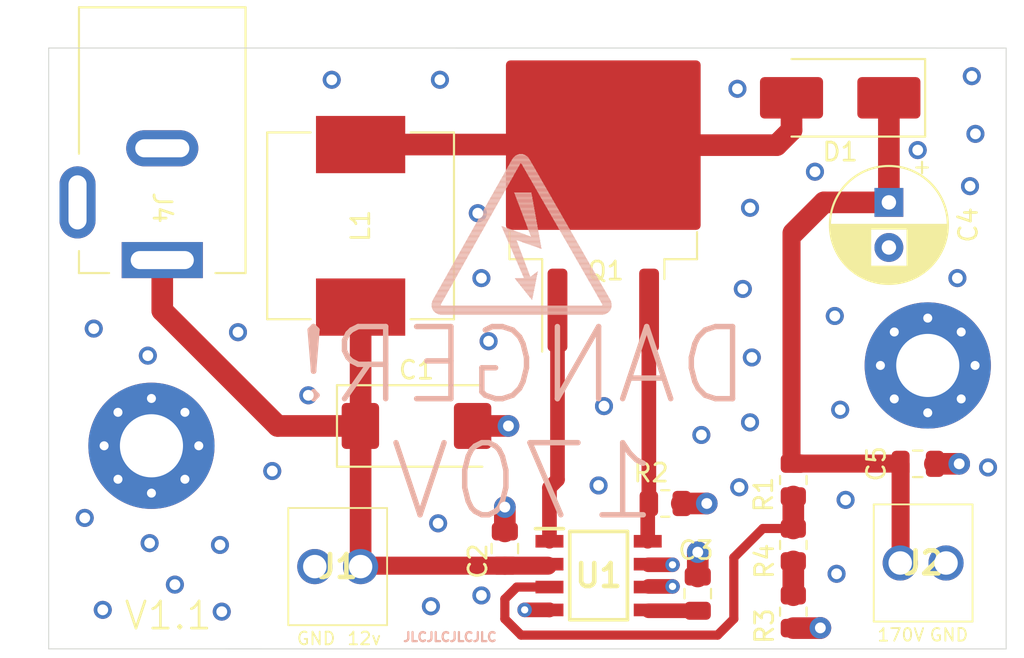
<source format=kicad_pcb>
(kicad_pcb (version 20221018) (generator pcbnew)
  (layers (0 "F.Cu" signal) (1 "In1.Cu" power) (2 "In2.Cu" power) (31 "B.Cu" signal) (34 "B.Paste" user) (35 "F.Paste" user) (36 "B.SilkS" user "B.Silkscreen") (37 "F.SilkS" user "F.Silkscreen") (38 "B.Mask" user) (39 "F.Mask" user) (44 "Edge.Cuts" user))
  (net 0 "")
  (net 1 "GND")
  (net 2 "Net-(U1-REF)")
  (net 3 "/EXT")
  (net 4 "/CS")
  (net 5 "/FB")
  (net 6 "Net-(U1-V+)")
  (net 7 "Net-(D1-K)")
  (net 8 "Net-(D1-A)")
  (net 9 "Net-(R3-Pad1)")
  (footprint "Resistor_SMD:R_0805_2012Metric" (layer "F.Cu") (at 150.7 113.6 180)
    (fp_text reference "R2" (at 0.7875 1.7) (layer "F.SilkS"))
    (fp_text value "50m" hide)
    (pad "1" smd roundrect (at -0.9125 0 180) (size 1.025 1.4) (layers "F.Cu" "F.Paste" "F.Mask") (roundrect_rratio 0.243902439) (net 1 "GND"))
    (pad "2" smd roundrect (at 0.9125 0 180) (size 1.025 1.4) (layers "F.Cu" "F.Paste" "F.Mask") (roundrect_rratio 0.243902439) (net 4 "/CS"))
  )
  (footprint "Capacitor_SMD:C_0805_2012Metric" (layer "F.Cu") (at 164.7 111.4)
    (fp_text reference "C5" (at -2.3 0 90) (layer "F.SilkS"))
    (fp_text value ".1uF" hide)
    (pad "1" smd roundrect (at -0.95 0) (size 1 1.45) (layers "F.Cu" "F.Paste" "F.Mask") (net 7 "Net-(D1-K)"))
    (pad "2" smd roundrect (at 0.95 0) (size 1 1.45) (layers "F.Cu" "F.Paste" "F.Mask") (net 1 "GND"))
  )
  (footprint "footprints:OSTVN02A150" (layer "F.Cu") (at 131.26 117.1)
    (fp_text reference "J1" (at 1.27 0) (layer "F.SilkS") (effects (font (size 1.27 1.27) (thickness 0.254))))
    (fp_text value "OSTVN02A150" hide)
    (pad "1" thru_hole circle (at 0 0) (size 1.95 1.95) (drill 1.3) (layers "*.Cu" "*.Mask") (net 1 "GND"))
    (pad "2" thru_hole circle (at 2.54 0) (size 1.95 1.95) (drill 1.3) (layers "*.Cu" "*.Mask") (net 6 "Net-(U1-V+)"))
  )
  (footprint "Package_TO_SOT_SMD:TO-263-2" (layer "F.Cu") (at 147.26 95.225 90)
    (fp_text reference "Q1" (at -5.475 0.14 180) (layer "F.SilkS"))
    (fp_text value "IRF740STRLPBF" hide)
    (pad "1" smd roundrect (at -7.65 -2.54 90) (size 4.6 1.1) (layers "F.Cu" "F.Paste" "F.Mask") (roundrect_rratio 0.2272727273) (net 3 "/EXT"))
    (pad "2" smd roundrect (at 1.5 0 90) (size 9.4 10.8) (layers "F.Cu" "F.Mask") (roundrect_rratio 0.02659595745) (net 8 "Net-(D1-A)"))
    (pad "3" smd roundrect (at -7.65 2.54 90) (size 4.6 1.1) (layers "F.Cu" "F.Paste" "F.Mask") (roundrect_rratio 0.2272727273) (net 4 "/CS"))
  )
  (footprint "MountingHole:MountingHole_3.5mm_Pad_Via" (layer "F.Cu") (at 165.256155 105.943845)
    (fp_text reference "H1" hide)
    (fp_text value "MountingHole" hide)
    (pad "1" thru_hole circle (at -2.625 0) (size 0.8 0.8) (drill 0.5) (layers "*.Cu" "*.Mask"))
    (pad "1" thru_hole circle (at -1.856155 -1.856155) (size 0.8 0.8) (drill 0.5) (layers "*.Cu" "*.Mask"))
    (pad "1" thru_hole circle (at -1.856155 1.856155) (size 0.8 0.8) (drill 0.5) (layers "*.Cu" "*.Mask"))
    (pad "1" thru_hole circle (at 0 -2.625) (size 0.8 0.8) (drill 0.5) (layers "*.Cu" "*.Mask"))
    (pad "1" thru_hole circle (at 0 0) (size 7 7) (drill 3.5) (layers "*.Cu" "*.Mask"))
    (pad "1" thru_hole circle (at 0 2.625) (size 0.8 0.8) (drill 0.5) (layers "*.Cu" "*.Mask"))
    (pad "1" thru_hole circle (at 1.856155 -1.856155) (size 0.8 0.8) (drill 0.5) (layers "*.Cu" "*.Mask"))
    (pad "1" thru_hole circle (at 1.856155 1.856155) (size 0.8 0.8) (drill 0.5) (layers "*.Cu" "*.Mask"))
    (pad "1" thru_hole circle (at 2.625 0) (size 0.8 0.8) (drill 0.5) (layers "*.Cu" "*.Mask"))
  )
  (footprint "Capacitor_SMD:C_0805_2012Metric" (layer "F.Cu") (at 152.5 118.6 90)
    (fp_text reference "C3" (at 2.4 -0.1 180) (layer "F.SilkS"))
    (fp_text value "100nF" hide)
    (pad "1" smd roundrect (at -0.95 0 90) (size 1 1.45) (layers "F.Cu" "F.Paste" "F.Mask") (net 2 "Net-(U1-REF)"))
    (pad "2" smd roundrect (at 0.95 0 90) (size 1 1.45) (layers "F.Cu" "F.Paste" "F.Mask") (net 1 "GND"))
  )
  (footprint "Inductor_SMD:L_Vishay_IHLP-4040" (layer "F.Cu") (at 133.8 98.2 90)
    (fp_text reference "L1" (at 0 0 90) (layer "F.SilkS"))
    (fp_text value "100uH" hide)
    (pad "1" smd rect (at -4.5075 0 90) (size 3.175 4.95) (layers "F.Cu" "F.Paste" "F.Mask") (net 6 "Net-(U1-V+)"))
    (pad "2" smd rect (at 4.5075 0 90) (size 3.175 4.95) (layers "F.Cu" "F.Paste" "F.Mask") (net 8 "Net-(D1-A)"))
  )
  (footprint "Capacitor_SMD:C_0805_2012Metric" (layer "F.Cu") (at 141.8 116.1 90)
    (fp_text reference "C2" (at -0.7 -1.5 90) (layer "F.SilkS"))
    (fp_text value "100nF" hide)
    (pad "1" smd roundrect (at -0.95 0 90) (size 1 1.45) (layers "F.Cu" "F.Paste" "F.Mask") (net 6 "Net-(U1-V+)"))
    (pad "2" smd roundrect (at 0.95 0 90) (size 1 1.45) (layers "F.Cu" "F.Paste" "F.Mask") (net 1 "GND"))
  )
  (footprint "footprints:SOIC127P600X175-8N" (layer "F.Cu") (at 147 117.6)
    (fp_text reference "U1" (at 0 0) (layer "F.SilkS") (effects (font (size 1.27 1.27) (thickness 0.254))))
    (fp_text value "MAX1771CSAT" hide)
    (pad "1" smd rect (at -2.725 -1.905 90) (size 0.7 1.55) (layers "F.Cu" "F.Paste" "F.Mask") (net 3 "/EXT"))
    (pad "2" smd rect (at -2.725 -0.635 90) (size 0.7 1.55) (layers "F.Cu" "F.Paste" "F.Mask") (net 6 "Net-(U1-V+)"))
    (pad "3" smd rect (at -2.725 0.635 90) (size 0.7 1.55) (layers "F.Cu" "F.Paste" "F.Mask") (net 5 "/FB"))
    (pad "4" smd rect (at -2.725 1.905 90) (size 0.7 1.55) (layers "F.Cu" "F.Paste" "F.Mask") (net 1 "GND"))
    (pad "5" smd rect (at 2.725 1.905 90) (size 0.7 1.55) (layers "F.Cu" "F.Paste" "F.Mask") (net 2 "Net-(U1-REF)"))
    (pad "6" smd rect (at 2.725 0.635 90) (size 0.7 1.55) (layers "F.Cu" "F.Paste" "F.Mask") (net 1 "GND"))
    (pad "7" smd rect (at 2.725 -0.635 90) (size 0.7 1.55) (layers "F.Cu" "F.Paste" "F.Mask") (net 1 "GND"))
    (pad "8" smd rect (at 2.725 -1.905 90) (size 0.7 1.55) (layers "F.Cu" "F.Paste" "F.Mask") (net 4 "/CS"))
  )
  (footprint "Capacitor_Tantalum_SMD:CP_EIA-7343-30_AVX-N" (layer "F.Cu") (at 136.9 109.3)
    (fp_text reference "C1" (at 0 -3.1) (layer "F.SilkS"))
    (fp_text value "100uF" hide)
    (pad "1" smd roundrect (at -3.1125 0) (size 2.075 2.55) (layers "F.Cu" "F.Paste" "F.Mask") (roundrect_rratio 0.1204819277) (net 6 "Net-(U1-V+)"))
    (pad "2" smd roundrect (at 3.1125 0) (size 2.075 2.55) (layers "F.Cu" "F.Paste" "F.Mask") (roundrect_rratio 0.1204819277) (net 1 "GND"))
  )
  (footprint "Capacitor_THT:CP_Radial_D6.3mm_P2.50mm" (layer "F.Cu") (at 163.1 96.9 -90)
    (fp_text reference "C4" (at 1.25 -4.4 -90) (layer "F.SilkS"))
    (fp_text value "4.7uF" hide)
    (pad "1" thru_hole rect (at 0 0 270) (size 1.6 1.6) (drill 0.8) (layers "*.Cu" "*.Mask") (net 7 "Net-(D1-K)"))
    (pad "2" thru_hole circle (at 2.5 0 270) (size 1.6 1.6) (drill 0.8) (layers "*.Cu" "*.Mask") (net 1 "GND"))
  )
  (footprint "footprints:OSTVN02A150" (layer "F.Cu") (at 163.73 116.9)
    (fp_text reference "J2" (at 1.27 0) (layer "F.SilkS") (effects (font (size 1.27 1.27) (thickness 0.254))))
    (fp_text value "OSTVN02A150" hide)
    (pad "1" thru_hole circle (at 0 0) (size 1.95 1.95) (drill 1.3) (layers "*.Cu" "*.Mask") (net 7 "Net-(D1-K)"))
    (pad "2" thru_hole circle (at 2.54 0) (size 1.95 1.95) (drill 1.3) (layers "*.Cu" "*.Mask") (net 1 "GND"))
  )
  (footprint "Resistor_SMD:R_0805_2012Metric" (layer "F.Cu") (at 157.8 112.3 90)
    (fp_text reference "R1" (at -0.8 -1.65 90) (layer "F.SilkS"))
    (fp_text value "1.5M" hide)
    (pad "1" smd roundrect (at -0.9125 0 90) (size 1.025 1.4) (layers "F.Cu" "F.Paste" "F.Mask") (roundrect_rratio 0.243902439) (net 5 "/FB"))
    (pad "2" smd roundrect (at 0.9125 0 90) (size 1.025 1.4) (layers "F.Cu" "F.Paste" "F.Mask") (roundrect_rratio 0.243902439) (net 7 "Net-(D1-K)"))
  )
  (footprint "Diode_SMD:D_SMB_Handsoldering" (layer "F.Cu") (at 160.4 91.1 180)
    (fp_text reference "D1" (at 0 -3 180) (layer "F.SilkS"))
    (fp_text value "ES2F-E3" hide)
    (pad "1" smd roundrect (at -2.7 0 180) (size 3.5 2.3) (layers "F.Cu" "F.Paste" "F.Mask") (roundrect_rratio 0.1086956522) (net 7 "Net-(D1-K)"))
    (pad "2" smd roundrect (at 2.7 0 180) (size 3.5 2.3) (layers "F.Cu" "F.Paste" "F.Mask") (roundrect_rratio 0.1086956522) (net 8 "Net-(D1-A)"))
  )
  (footprint "Connector_BarrelJack:BarrelJack_Kycon_KLDX-0202-xC_Horizontal" (layer "F.Cu") (at 122.8 100.1 -90)
    (fp_text reference "J4" (at -2.9 0 -90 unlocked) (layer "F.SilkS"))
    (fp_text value "Barrel_Jack" hide)
    (pad "1" thru_hole rect (at 0 0 270) (size 2 4.5) (drill oval 1 3.5) (layers "*.Cu" "*.Mask") (net 6 "Net-(U1-V+)"))
    (pad "2" thru_hole oval (at -6.2 0 270) (size 2 4) (drill oval 1 3) (layers "*.Cu" "*.Mask") (net 1 "GND"))
    (pad "3" thru_hole oval (at -3.2 4.7) (size 2 4) (drill oval 1 3) (layers "*.Cu" "*.Mask"))
  )
  (footprint "Resistor_SMD:R_0805_2012Metric" (layer "F.Cu") (at 157.8 115.9 90)
    (fp_text reference "R4" (at -0.9 -1.6 90) (layer "F.SilkS"))
    (fp_text value "3.4K" hide)
    (pad "1" smd roundrect (at -0.9125 0 90) (size 1.025 1.4) (layers "F.Cu" "F.Paste" "F.Mask") (roundrect_rratio 0.243902439) (net 9 "Net-(R3-Pad1)"))
    (pad "2" smd roundrect (at 0.9125 0 90) (size 1.025 1.4) (layers "F.Cu" "F.Paste" "F.Mask") (roundrect_rratio 0.243902439) (net 5 "/FB"))
  )
  (footprint "Resistor_SMD:R_0805_2012Metric" (layer "F.Cu") (at 157.8 119.6 -90)
    (fp_text reference "R3" (at 0.8 1.6 90) (layer "F.SilkS"))
    (fp_text value "10k" hide)
    (pad "1" smd roundrect (at -0.9125 0 270) (size 1.025 1.4) (layers "F.Cu" "F.Paste" "F.Mask") (roundrect_rratio 0.243902439) (net 9 "Net-(R3-Pad1)"))
    (pad "2" smd roundrect (at 0.9125 0 270) (size 1.025 1.4) (layers "F.Cu" "F.Paste" "F.Mask") (roundrect_rratio 0.243902439) (net 1 "GND"))
  )
  (footprint "MountingHole:MountingHole_3.5mm_Pad_Via" (layer "F.Cu") (at 122.2 110.4)
    (fp_text reference "H2" hide)
    (fp_text value "MountingHole" hide)
    (pad "1" thru_hole circle (at -2.625 0) (size 0.8 0.8) (drill 0.5) (layers "*.Cu" "*.Mask"))
    (pad "1" thru_hole circle (at -1.856155 -1.856155) (size 0.8 0.8) (drill 0.5) (layers "*.Cu" "*.Mask"))
    (pad "1" thru_hole circle (at -1.856155 1.856155) (size 0.8 0.8) (drill 0.5) (layers "*.Cu" "*.Mask"))
    (pad "1" thru_hole circle (at 0 -2.625) (size 0.8 0.8) (drill 0.5) (layers "*.Cu" "*.Mask"))
    (pad "1" thru_hole circle (at 0 0) (size 7 7) (drill 3.5) (layers "*.Cu" "*.Mask"))
    (pad "1" thru_hole circle (at 0 2.625) (size 0.8 0.8) (drill 0.5) (layers "*.Cu" "*.Mask"))
    (pad "1" thru_hole circle (at 1.856155 -1.856155) (size 0.8 0.8) (drill 0.5) (layers "*.Cu" "*.Mask"))
    (pad "1" thru_hole circle (at 1.856155 1.856155) (size 0.8 0.8) (drill 0.5) (layers "*.Cu" "*.Mask"))
    (pad "1" thru_hole circle (at 2.625 0) (size 0.8 0.8) (drill 0.5) (layers "*.Cu" "*.Mask"))
  )
  (footprint "footprints:HVSMALL" (layer "B.Cu") (at 147.81055 103.73115 180)
    (fp_text reference "REF**" hide)
    (fp_text value "")
  )
  (gr_line (start 169.60485 88.3411) (end 116.5 88.3375) (stroke (width 0.05)) (layer "Edge.Cuts"))
  (gr_line (start 116.5 88.3375) (end 116.5 121.6625) (stroke (width 0.05)) (layer "Edge.Cuts"))
  (gr_line (start 169.60485 121.6661) (end 169.60485 88.3411) (stroke (width 0.05)) (layer "Edge.Cuts"))
  (gr_line (start 116.5 121.6625) (end 169.60485 121.6661) (stroke (width 0.05)) (layer "Edge.Cuts"))
  (gr_text "DANGER!\n170V" (at 142.81055 114.73115) (layer "B.SilkS") (effects (font (size 4 4) (thickness 0.3)) (justify bottom mirror)))
  (gr_text "JLCJLCJLCJLC" (at 136.1 121.3) (layer "B.SilkS") (effects (font (size 0.5 0.5) (thickness 0.125) bold) (justify left bottom)))
  (gr_text "V1.1" (at 120.6 120.7) (layer "F.SilkS") (effects (font (size 1.5 1.5)) (justify left bottom)))
  (gr_text "12v" (at 133 121.5) (layer "F.SilkS") (effects (font (size 0.7 0.7) (thickness 0.1)) (justify left bottom)))
  (gr_text "GND\n" (at 130.2 121.5) (layer "F.SilkS") (effects (font (size 0.7 0.7) (thickness 0.1)) (justify left bottom)))
  (gr_text "170V" (at 162.4 121.3) (layer "F.SilkS") (effects (font (size 0.7 0.7) (thickness 0.1)) (justify left bottom)))
  (gr_text "GND\n" (at 165.3 121.3) (layer "F.SilkS") (effects (font (size 0.7 0.7) (thickness 0.1)) (justify left bottom)))
  (segment (start 152.5 117.65) (end 152.5 116.3) (width 1.2) (layer "F.Cu") (net 1))
  (segment (start 157.8 120.5125) (end 159.2875 120.5125) (width 1.2) (layer "F.Cu") (net 1))
  (segment (start 159.2875 120.5125) (end 159.3 120.5) (width 1.2) (layer "F.Cu") (net 1))
  (segment (start 151.1 118.2) (end 149.76 118.2) (width 0.8128) (layer "F.Cu") (net 1))
  (segment (start 165.65 111.4) (end 167 111.4) (width 1.2) (layer "F.Cu") (net 1))
  (segment (start 141.8 115.15) (end 141.8 113.8) (width 1.2) (layer "F.Cu") (net 1))
  (segment (start 144.27 119.5) (end 144.275 119.505) (width 0.8128) (layer "F.Cu") (net 1))
  (segment (start 140 109.3) (end 142 109.3) (width 1.2) (layer "F.Cu") (net 1))
  (segment (start 151.1 117) (end 149.76 117) (width 0.8128) (layer "F.Cu") (net 1))
  (segment (start 142.9 119.5) (end 144.27 119.5) (width 0.8128) (layer "F.Cu") (net 1))
  (segment (start 151.6125 113.6) (end 153 113.6) (width 1.2) (layer "F.Cu") (net 1))
  (via (at 151.1 117) (size 0.8) (drill 0.4) (layers "F.Cu" "B.Cu") (net 1))
  (via (at 141.8 113.8) (size 1.2) (drill 0.6) (layers "F.Cu" "B.Cu") (net 1))
  (via (at 126 115.9) (size 1) (drill 0.6) (layers "F.Cu" "B.Cu") (net 1))
  (via (at 142.9 119.5) (size 0.8) (drill 0.4) (layers "F.Cu" "B.Cu") (net 1))
  (via (at 138.2 90.1) (size 1) (drill 0.6) (layers "F.Cu" "B.Cu") (net 1))
  (via (at 154.8 112.7) (size 1) (drill 0.6) (layers "F.Cu" "B.Cu") (net 1))
  (via (at 151.1 118.2) (size 0.8) (drill 0.4) (layers "F.Cu" "B.Cu") (net 1))
  (via (at 160.7 113.4) (size 1) (drill 0.6) (layers "F.Cu" "B.Cu") (net 1))
  (via (at 137.7 119.3) (size 1) (drill 0.6) (layers "F.Cu" "B.Cu") (net 1))
  (via (at 152.7 109.8) (size 1) (drill 0.6) (layers "F.Cu" "B.Cu") (net 1))
  (via (at 167.6 96) (size 1) (drill 0.6) (layers "F.Cu" "B.Cu") (net 1))
  (via (at 155.5 105.5) (size 1) (drill 0.6) (layers "F.Cu" "B.Cu") (net 1))
  (via (at 168.6 111.6) (size 1) (drill 0.6) (layers "F.Cu" "B.Cu") (net 1))
  (via (at 147 112.6) (size 1) (drill 0.6) (layers "F.Cu" "B.Cu") (net 1))
  (via (at 166.9 101.1) (size 1) (drill 0.6) (layers "F.Cu" "B.Cu") (net 1))
  (via (at 128.9 111.8) (size 1) (drill 0.6) (layers "F.Cu" "B.Cu") (net 1))
  (via (at 153 113.6) (size 1.2) (drill 0.6) (layers "F.Cu" "B.Cu") (net 1))
  (via (at 164.7 94) (size 1) (drill 0.6) (layers "F.Cu" "B.Cu") (net 1))
  (via (at 140.3 97.5) (size 1) (drill 0.6) (layers "F.Cu" "B.Cu") (net 1))
  (via (at 142 109.3) (size 1.2) (drill 0.6) (layers "F.Cu" "B.Cu") (net 1))
  (via (at 155.4 109.1) (size 1) (drill 0.6) (layers "F.Cu" "B.Cu") (net 1))
  (via (at 119.5 119.5) (size 1) (drill 0.6) (layers "F.Cu" "B.Cu") (net 1))
  (via (at 127 104.1) (size 1) (drill 0.6) (layers "F.Cu" "B.Cu") (net 1))
  (via (at 155 101.7) (size 1) (drill 0.6) (layers "F.Cu" "B.Cu") (net 1))
  (via (at 167 111.4) (size 1.2) (drill 0.6) (layers "F.Cu" "B.Cu") (net 1))
  (via (at 160.4 108.4) (size 1) (drill 0.6) (layers "F.Cu" "B.Cu") (net 1))
  (via (at 147.3 108.2) (size 1) (drill 0.6) (layers "F.Cu" "B.Cu") (net 1))
  (via (at 119 103.9) (size 1) (drill 0.6) (layers "F.Cu" "B.Cu") (net 1))
  (via (at 140.5 118.7) (size 1) (drill 0.6) (layers "F.Cu" "B.Cu") (net 1))
  (via (at 159.3 120.5) (size 1.2) (drill 0.6) (layers "F.Cu" "B.Cu") (net 1))
  (via (at 132.2 90.1) (size 1) (drill 0.6) (layers "F.Cu" "B.Cu") (net 1))
  (via (at 138.1 114.7) (size 1) (drill 0.6) (layers "F.Cu" "B.Cu") (net 1))
  (via (at 160.1 103.2) (size 1) (drill 0.6) (layers "F.Cu" "B.Cu") (net 1))
  (via (at 122.1 115.8) (size 1) (drill 0.6) (layers "F.Cu" "B.Cu") (net 1))
  (via (at 140.9 104.6) (size 1) (drill 0.6) (layers "F.Cu" "B.Cu") (net 1))
  (via (at 118.5 114.4) (size 1) (drill 0.6) (layers "F.Cu" "B.Cu") (net 1))
  (via (at 140.5 101.1) (size 1) (drill 0.6) (layers "F.Cu" "B.Cu") (net 1))
  (via (at 130.9 107.6) (size 1) (drill 0.6) (layers "F.Cu" "B.Cu") (net 1))
  (via (at 152.5 116.3) (size 1.2) (drill 0.6) (layers "F.Cu" "B.Cu") (net 1))
  (via (at 123.5 118.1) (size 1) (drill 0.6) (layers "F.Cu" "B.Cu") (net 1))
  (via (at 160.2 117.5) (size 1) (drill 0.6) (layers "F.Cu" "B.Cu") (net 1))
  (via (at 159 95.2) (size 1) (drill 0.6) (layers "F.Cu" "B.Cu") (net 1))
  (via (at 155.4 97.2) (size 1) (drill 0.6) (layers "F.Cu" "B.Cu") (net 1))
  (via (at 154.7 90.6) (size 1) (drill 0.6) (layers "F.Cu" "B.Cu") (net 1))
  (via (at 167.9 93.1) (size 1) (drill 0.6) (layers "F.Cu" "B.Cu") (net 1))
  (via (at 122 105.4) (size 1) (drill 0.6) (layers "F.Cu" "B.Cu") (net 1))
  (via (at 167.7 89.9) (size 1) (drill 0.6) (layers "F.Cu" "B.Cu") (net 1))
  (via (at 126.1 119.6) (size 1) (drill 0.6) (layers "F.Cu" "B.Cu") (net 1))
  (segment (start 152.5 119.55) (end 149.77 119.55) (width 0.8128) (layer "F.Cu") (net 2))
  (segment (start 144.275 112.725) (end 144.72 112.28) (width 0.8128) (layer "F.Cu") (net 3))
  (segment (start 144.275 115.695) (end 144.275 112.725) (width 0.8128) (layer "F.Cu") (net 3))
  (segment (start 144.72 112.28) (end 144.72 102.875) (width 0.8128) (layer "F.Cu") (net 3))
  (segment (start 149.725 115.695) (end 149.725 113.6625) (width 0.8128) (layer "F.Cu") (net 4))
  (segment (start 149.7875 113.6) (end 149.7875 102.8875) (width 0.8128) (layer "F.Cu") (net 4))
  (segment (start 142.465 118.235) (end 144.275 118.235) (width 0.508) (layer "F.Cu") (net 5))
  (segment (start 154.5 120) (end 153.6 120.9) (width 0.508) (layer "F.Cu") (net 5))
  (segment (start 156.1125 114.9875) (end 154.5 116.6) (width 0.508) (layer "F.Cu") (net 5))
  (segment (start 141.8 120) (end 141.8 118.9) (width 0.508) (layer "F.Cu") (net 5))
  (segment (start 153.6 120.9) (end 142.7 120.9) (width 0.508) (layer "F.Cu") (net 5))
  (segment (start 154.5 116.6) (end 154.5 120) (width 0.508) (layer "F.Cu") (net 5))
  (segment (start 157.8 113.2125) (end 157.8 114.9875) (width 1.2) (layer "F.Cu") (net 5))
  (segment (start 157.8 114.9875) (end 156.1125 114.9875) (width 0.508) (layer "F.Cu") (net 5))
  (segment (start 141.8 118.9) (end 142.465 118.235) (width 0.508) (layer "F.Cu") (net 5))
  (segment (start 142.7 120.9) (end 141.8 120) (width 0.508) (layer "F.Cu") (net 5))
  (segment (start 141.8 117.05) (end 144.19 117.05) (width 1) (layer "F.Cu") (net 6))
  (segment (start 133.8 109.3) (end 133.8 102.7075) (width 1.2) (layer "F.Cu") (net 6))
  (segment (start 129.2 109.3) (end 133.7875 109.3) (width 1.2) (layer "F.Cu") (net 6))
  (segment (start 122.8 100.1) (end 122.8 102.9) (width 1.2) (layer "F.Cu") (net 6))
  (segment (start 133.8 109.3) (end 133.8 117.1) (width 1.2) (layer "F.Cu") (net 6))
  (segment (start 141.8 117.05) (end 133.85 117.05) (width 1) (layer "F.Cu") (net 6))
  (segment (start 122.8 102.9) (end 129.2 109.3) (width 1.2) (layer "F.Cu") (net 6))
  (segment (start 157.8 98.6) (end 159.5 96.9) (width 1.2) (layer "F.Cu") (net 7))
  (segment (start 163.1 96.9) (end 163.1 91.1) (width 1.2) (layer "F.Cu") (net 7))
  (segment (start 157.8 111.3875) (end 163.7375 111.3875) (width 1) (layer "F.Cu") (net 7))
  (segment (start 157.7 111.2875) (end 157.7 98.7) (width 1) (layer "F.Cu") (net 7))
  (segment (start 163.1 96.9) (end 159.5 96.9) (width 1.2) (layer "F.Cu") (net 7))
  (segment (start 163.75 116.88) (end 163.73 116.9) (width 1.2) (layer "F.Cu") (net 7))
  (segment (start 157.7 98.7) (end 157.8 98.6) (width 1) (layer "F.Cu") (net 7))
  (segment (start 163.75 111.4) (end 163.75 116.88) (width 1) (layer "F.Cu") (net 7))
  (segment (start 157.7 92.9) (end 157.7 91.1) (width 1.2) (layer "F.Cu") (net 8))
  (segment (start 147.26 93.725) (end 156.875 93.725) (width 1.2) (layer "F.Cu") (net 8))
  (segment (start 156.875 93.725) (end 157.7 92.9) (width 1.2) (layer "F.Cu") (net 8))
  (segment (start 133.8 93.6925) (end 147.2275 93.6925) (width 1.2) (layer "F.Cu") (net 8))
  (segment (start 157.8 116.8125) (end 157.8 118.6875) (width 1.2) (layer "F.Cu") (net 9))
)
</source>
